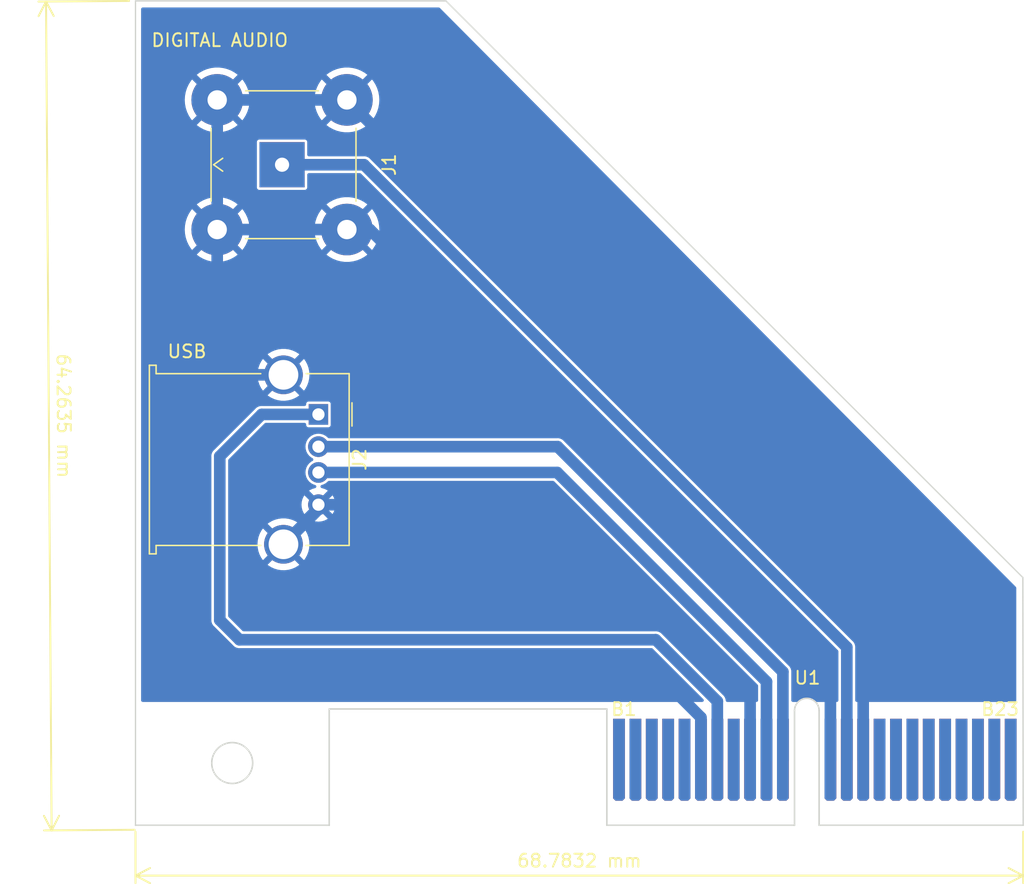
<source format=kicad_pcb>
(kicad_pcb (version 20211014) (generator pcbnew)
  (layers (0 "F.Cu" signal) (31 "B.Cu" signal) (34 "B.Paste" user) (35 "F.Paste" user) (36 "B.SilkS" user "B.Silkscreen") (37 "F.SilkS" user "F.Silkscreen") (38 "B.Mask" user) (39 "F.Mask" user) (44 "Edge.Cuts" user))
  (net 0 "")
  (net 1 "Net-(J1-Pad1)")
  (net 2 "GND")
  (net 3 "Net-(J2-Pad1)")
  (net 4 "Net-(J2-Pad2)")
  (net 5 "Net-(J2-Pad3)")
  (footprint "Connector_USB:USB_A_Molex_67643_Horizontal" (layer "F.Cu") (at 106.96 131.12 -90)
    (fp_text reference "J2" (at 3.5 -3.19 90) (layer "F.SilkS"))
    (fp_text value "USB_A")
    (fp_line (start -3.81 13.1) (end 10.81 13.1) (layer "F.SilkS") (width 0.12))
    (fp_line (start -3.16 12.58) (end -3.81 12.58) (layer "F.SilkS") (width 0.12))
    (fp_line (start -3.16 -2.38) (end -3.16 0.95) (layer "F.SilkS") (width 0.12))
    (fp_line (start 10.81 12.58) (end 10.16 12.58) (layer "F.SilkS") (width 0.12))
    (fp_line (start -3.16 12.58) (end -3.16 4.47) (layer "F.SilkS") (width 0.12))
    (fp_line (start -3.81 12.58) (end -3.81 13.1) (layer "F.SilkS") (width 0.12))
    (fp_line (start -0.9 -2.6) (end 0.9 -2.6) (layer "F.SilkS") (width 0.12))
    (fp_line (start -3.16 -2.38) (end 10.16 -2.38) (layer "F.SilkS") (width 0.12))
    (fp_line (start 10.16 -2.38) (end 10.16 0.95) (layer "F.SilkS") (width 0.12))
    (fp_line (start 10.16 4.47) (end 10.16 12.58) (layer "F.SilkS") (width 0.12))
    (fp_line (start 10.81 13.1) (end 10.81 12.58) (layer "F.SilkS") (width 0.12))
    (pad "1" thru_hole rect (at 0 0 270) (size 1.6 1.5) (drill 0.95) (layers *.Cu *.Mask) (net 3 "Net-(J2-Pad1)"))
    (pad "2" thru_hole circle (at 2.5 0 270) (size 1.6 1.6) (drill 0.95) (layers *.Cu *.Mask) (net 4 "Net-(J2-Pad2)"))
    (pad "3" thru_hole circle (at 4.5 0 270) (size 1.6 1.6) (drill 0.95) (layers *.Cu *.Mask) (net 5 "Net-(J2-Pad3)"))
    (pad "4" thru_hole circle (at 7 0 270) (size 1.6 1.6) (drill 0.95) (layers *.Cu *.Mask) (net 2 "GND"))
    (pad "5" thru_hole circle (at -3.07 2.71 270) (size 3 3) (drill 2.3) (layers *.Cu *.Mask) (net 2 "GND"))
    (pad "5" thru_hole circle (at 10.07 2.71 270) (size 3 3) (drill 2.3) (layers *.Cu *.Mask) (net 2 "GND"))
  )
  (footprint "Bus-Connector:BUS_AMR" (layer "F.Cu") (at 92.785 162.975)
    (fp_text reference "U1" (at 52.07 -11.43 unlocked) (layer "F.SilkS"))
    (fp_text value "Bus_AMR")
    (fp_text user "B1" (at 37.846 -9 unlocked) (layer "F.SilkS"))
    (fp_text user "B23" (at 67 -9 unlocked) (layer "F.SilkS"))
    (fp_line (start 51.0667 -8.89) (end 51.0667 0) (layer "Edge.Cuts") (width 0.12))
    (fp_line (start 15.0114 0) (end 15.0114 -9.017) (layer "Edge.Cuts") (width 0.12))
    (fp_line (start 51.0667 0) (end 36.5252 0) (layer "Edge.Cuts") (width 0.12))
    (fp_line (start 0 0) (end 15.0114 0) (layer "Edge.Cuts") (width 0.12))
    (fp_line (start 36.5252 0) (end 36.5252 -9.017) (layer "Edge.Cuts") (width 0.12))
    (fp_line (start 15.0114 -9.017) (end 36.5252 -9.017) (layer "Edge.Cuts") (width 0.12))
    (fp_line (start 52.9717 0) (end 68.7832 0) (layer "Edge.Cuts") (width 0.12))
    (fp_line (start 52.9717 -8.89) (end 52.9717 0) (layer "Edge.Cuts") (width 0.12))
    (fp_arc (start 51.0667 -8.89) (mid 52.0192 -9.8425) (end 52.9717 -8.89) (layer "Edge.Cuts") (width 0.12))
    (fp_circle (center 7.493 -4.826) (end 9.0805 -4.826) (layer "Edge.Cuts") (width 0.12) (fill none))
    (pad "A1" connect roundrect (at 37.465 -5.08) (size 0.9144 6.35) (layers "B.Cu" "B.Mask") (roundrect_rratio 0) (chamfer_ratio 0.2) (chamfer bottom_left bottom_right))
    (pad "A2" connect roundrect (at 38.735 -5.08) (size 0.9144 6.35) (layers "B.Cu" "B.Mask") (roundrect_rratio 0) (chamfer_ratio 0.2) (chamfer bottom_left bottom_right))
    (pad "A3" connect roundrect (at 40.005 -5.08) (size 0.9144 6.35) (layers "B.Cu" "B.Mask") (roundrect_rratio 0) (chamfer_ratio 0.2) (chamfer bottom_left bottom_right))
    (pad "A4" connect roundrect (at 41.275 -5.08) (size 0.9144 6.35) (layers "B.Cu" "B.Mask") (roundrect_rratio 0) (chamfer_ratio 0.2) (chamfer bottom_left bottom_right))
    (pad "A5" connect roundrect (at 42.545 -5.08) (size 0.9144 6.35) (layers "B.Cu" "B.Mask") (roundrect_rratio 0) (chamfer_ratio 0.2) (chamfer bottom_left bottom_right))
    (pad "A6" connect roundrect (at 43.815 -5.08) (size 0.9144 6.35) (layers "B.Cu" "B.Mask") (roundrect_rratio 0) (chamfer_ratio 0.2) (chamfer bottom_left bottom_right) (net 2 "GND"))
    (pad "A7" connect roundrect (at 45.085 -5.08) (size 0.9144 6.35) (layers "B.Cu" "B.Mask") (roundrect_rratio 0) (chamfer_ratio 0.2) (chamfer bottom_left bottom_right) (net 3 "Net-(J2-Pad1)"))
    (pad "A8" connect roundrect (at 46.355 -5.08) (size 0.9144 6.35) (layers "B.Cu" "B.Mask") (roundrect_rratio 0) (chamfer_ratio 0.2) (chamfer bottom_left bottom_right))
    (pad "A9" connect roundrect (at 47.625 -5.08) (size 0.9144 6.35) (layers "B.Cu" "B.Mask") (roundrect_rratio 0) (chamfer_ratio 0.2) (chamfer bottom_left bottom_right) (net 2 "GND"))
    (pad "A10" connect roundrect (at 48.895 -5.08) (size 0.9144 6.35) (layers "B.Cu" "B.Mask") (roundrect_rratio 0) (chamfer_ratio 0.2) (chamfer bottom_left bottom_right) (net 5 "Net-(J2-Pad3)"))
    (pad "A11" connect roundrect (at 50.165 -5.08) (size 0.9144 6.35) (layers "B.Cu" "B.Mask") (roundrect_rratio 0) (chamfer_ratio 0.2) (chamfer bottom_left bottom_right) (net 4 "Net-(J2-Pad2)"))
    (pad "A12" connect roundrect (at 53.848 -5.08) (size 0.9144 6.35) (layers "B.Cu" "B.Mask") (roundrect_rratio 0) (chamfer_ratio 0.2) (chamfer bottom_left bottom_right) (net 2 "GND"))
    (pad "A13" connect roundrect (at 55.118 -5.08) (size 0.9144 6.35) (layers "B.Cu" "B.Mask") (roundrect_rratio 0) (chamfer_ratio 0.2) (chamfer bottom_left bottom_right) (net 1 "Net-(J1-Pad1)"))
    (pad "A14" connect roundrect (at 56.388 -5.08) (size 0.9144 6.35) (layers "B.Cu" "B.Mask") (roundrect_rratio 0) (chamfer_ratio 0.2) (chamfer bottom_left bottom_right) (net 2 "GND"))
    (pad "A15" connect roundrect (at 57.658 -5.08) (size 0.9144 6.35) (layers "B.Cu" "B.Mask") (roundrect_rratio 0) (chamfer_ratio 0.2) (chamfer bottom_left bottom_right))
    (pad "A16" connect roundrect (at 58.928 -5.08) (size 0.9144 6.35) (layers "B.Cu" "B.Mask") (roundrect_rratio 0) (chamfer_ratio 0.2) (chamfer bottom_left bottom_right) (net 2 "GND"))
    (pad "A17" connect roundrect (at 60.198 -5.08) (size 0.9144 6.35) (layers "B.Cu" "B.Mask") (roundrect_rratio 0) (chamfer_ratio 0.2) (chamfer bottom_left bottom_right))
    (pad "A18" connect roundrect (at 61.468 -5.08) (size 0.9144 6.35) (layers "B.Cu" "B.Mask") (roundrect_rratio 0) (chamfer_ratio 0.2) (chamfer bottom_left bottom_right) (net 2 "GND"))
    (pad "A19" connect roundrect (at 62.738 -5.08) (size 0.9144 6.35) (layers "B.Cu" "B.Mask") (roundrect_rratio 0) (chamfer_ratio 0.2) (chamfer bottom_left bottom_right))
    (pad "A20" connect roundrect (at 64.008 -5.08) (size 0.9144 6.35) (layers "B.Cu" "B.Mask") (roundrect_rratio 0) (chamfer_ratio 0.2) (chamfer bottom_left bottom_right) (net 2 "GND"))
    (pad "A21" connect roundrect (at 65.278 -5.08) (size 0.9144 6.35) (layers "B.Cu" "B.Mask") (roundrect_rratio 0) (chamfer_ratio 0.2) (chamfer bottom_left bottom_right))
    (pad "A22" connect roundrect (at 66.548 -5.08) (size 0.9144 6.35) (layers "B.Cu" "B.Mask") (roundrect_rratio 0) (chamfer_ratio 0.2) (chamfer bottom_left bottom_right) (net 2 "GND"))
    (pad "A23" connect roundrect (at 67.818 -5.08) (size 0.9144 6.35) (layers "B.Cu" "B.Mask") (roundrect_rratio 0) (chamfer_ratio 0.2) (chamfer bottom_left bottom_right))
    (pad "B1" connect roundrect (at 37.465 -5.08) (size 0.9144 6.35) (layers "F.Cu" "F.Mask") (roundrect_rratio 0) (chamfer_ratio 0.2) (chamfer bottom_left bottom_right))
    (pad "B2" connect roundrect (at 38.735 -5.08) (size 0.9144 6.35) (layers "F.Cu" "F.Mask") (roundrect_rratio 0) (chamfer_ratio 0.2) (chamfer bottom_left bottom_right) (net 2 "GND"))
    (pad "B3" connect roundrect (at 40.005 -5.08) (size 0.9144 6.35) (layers "F.Cu" "F.Mask") (roundrect_rratio 0) (chamfer_ratio 0.2) (chamfer bottom_left bottom_right))
    (pad "B4" connect roundrect (at 41.275 -5.08) (size 0.9144 6.35) (layers "F.Cu" "F.Mask") (roundrect_rratio 0) (chamfer_ratio 0.2) (chamfer bottom_left bottom_right))
    (pad "B5" connect roundrect (at 42.545 -5.08) (size 0.9144 6.35) (layers "F.Cu" "F.Mask") (roundrect_rratio 0) (chamfer_ratio 0.2) (chamfer bottom_left bottom_right))
    (pad "B6" connect roundrect (at 43.815 -5.08) (size 0.9144 6.35) (layers "F.Cu" "F.Mask") (roundrect_rratio 0) (chamfer_ratio 0.2) (chamfer bottom_left bottom_right))
    (pad "B7" connect roundrect (at 45.085 -5.08) (size 0.9144 6.35) (layers "F.Cu" "F.Mask") (roundrect_rratio 0) (chamfer_ratio 0.2) (chamfer bottom_left bottom_right))
    (pad "B8" connect roundrect (at 46.355 -5.08) (size 0.9144 6.35) (layers "F.Cu" "F.Mask") (roundrect_rratio 0) (chamfer_ratio 0.2) (chamfer bottom_left bottom_right) (net 2 "GND"))
    (pad "B9" connect roundrect (at 47.625 -5.08) (size 0.9144 6.35) (layers "F.Cu" "F.Mask") (roundrect_rratio 0) (chamfer_ratio 0.2) (chamfer bottom_left bottom_right))
    (pad "B10" connect roundrect (at 48.895 -5.08) (size 0.9144 6.35) (layers "F.Cu" "F.Mask") (roundrect_rratio 0) (chamfer_ratio 0.2) (chamfer bottom_left bottom_right) (net 2 "GND"))
    (pad "B11" connect roundrect (at 50.165 -5.08) (size 0.9144 6.35) (layers "F.Cu" "F.Mask") (roundrect_rratio 0) (chamfer_ratio 0.2) (chamfer bottom_left bottom_right))
    (pad "B12" connect roundrect (at 53.848 -5.08) (size 0.9144 6.35) (layers "F.Cu" "F.Mask") (roundrect_rratio 0) (chamfer_ratio 0.2) (chamfer bottom_left bottom_right) (net 2 "GND"))
    (pad "B13" connect roundrect (at 55.118 -5.08) (size 0.9144 6.35) (layers "F.Cu" "F.Mask") (roundrect_rratio 0) (chamfer_ratio 0.2) (chamfer bottom_left bottom_right))
    (pad "B14" connect roundrect (at 56.388 -5.08) (size 0.9144 6.35) (layers "F.Cu" "F.Mask") (roundrect_rratio 0) (chamfer_ratio 0.2) (chamfer bottom_left bottom_right))
    (pad "B15" connect roundrect (at 57.658 -5.08) (size 0.9144 6.35) (layers "F.Cu" "F.Mask") (roundrect_rratio 0) (chamfer_ratio 0.2) (chamfer bottom_left bottom_right))
    (pad "B16" connect roundrect (at 58.928 -5.08) (size 0.9144 6.35) (layers "F.Cu" "F.Mask") (roundrect_rratio 0) (chamfer_ratio 0.2) (chamfer bottom_left bottom_right) (net 2 "GND"))
    (pad "B17" connect roundrect (at 60.198 -5.08) (size 0.9144 6.35) (layers "F.Cu" "F.Mask") (roundrect_rratio 0) (chamfer_ratio 0.2) (chamfer bottom_left bottom_right))
    (pad "B18" connect roundrect (at 61.468 -5.08) (size 0.9144 6.35) (layers "F.Cu" "F.Mask") (roundrect_rratio 0) (chamfer_ratio 0.2) (chamfer bottom_left bottom_right))
    (pad "B19" connect roundrect (at 62.738 -5.08) (size 0.9144 6.35) (layers "F.Cu" "F.Mask") (roundrect_rratio 0) (chamfer_ratio 0.2) (chamfer bottom_left bottom_right))
    (pad "B20" connect roundrect (at 64.008 -5.08) (size 0.9144 6.35) (layers "F.Cu" "F.Mask") (roundrect_rratio 0) (chamfer_ratio 0.2) (chamfer bottom_left bottom_right) (net 2 "GND"))
    (pad "B21" connect roundrect (at 65.278 -5.08) (size 0.9144 6.35) (layers "F.Cu" "F.Mask") (roundrect_rratio 0) (chamfer_ratio 0.2) (chamfer bottom_left bottom_right))
    (pad "B22" connect roundrect (at 66.548 -5.08) (size 0.9144 6.35) (layers "F.Cu" "F.Mask") (roundrect_rratio 0) (chamfer_ratio 0.2) (chamfer bottom_left bottom_right) (net 2 "GND"))
    (pad "B23" connect roundrect (at 67.818 -5.08) (size 0.9144 6.35) (layers "F.Cu" "F.Mask") (roundrect_rratio 0) (chamfer_ratio 0.2) (chamfer bottom_left bottom_right))
  )
  (footprint "Connector_Coaxial:BNC_TEConnectivity_1478035_Horizontal" (layer "F.Cu") (at 104.14 111.76 90)
    (fp_text reference "J1" (at 0 8.3 90) (layer "F.SilkS"))
    (fp_text value "Conn_Coaxial")
    (fp_line (start 5.73 2.825) (end 5.73 -2.825) (layer "F.SilkS") (width 0.12))
    (fp_line (start 0 -5.3) (end 0.5 -4.6) (layer "F.SilkS") (width 0.12))
    (fp_line (start 2.825 -5.5) (end -2.825 -5.5) (layer "F.SilkS") (width 0.12))
    (fp_line (start -2.825 5.73) (end 2.825 5.73) (layer "F.SilkS") (width 0.12))
    (fp_line (start -5.73 -2.825) (end -5.73 2.825) (layer "F.SilkS") (width 0.12))
    (fp_line (start 0 -5.3) (end -0.5 -4.6) (layer "F.SilkS") (width 0.12))
    (pad "1" thru_hole rect (at 0 0 90) (size 3.5 3.5) (drill 1.1) (layers *.Cu *.Mask) (net 1 "Net-(J1-Pad1)"))
    (pad "2" thru_hole circle (at -5.025 5.025 90) (size 4 4) (drill 1.5) (layers *.Cu *.Mask) (net 2 "GND"))
    (pad "2" thru_hole circle (at 5.025 -5.025 90) (size 4 4) (drill 1.5) (layers *.Cu *.Mask) (net 2 "GND"))
    (pad "2" thru_hole circle (at -5.025 -5.025 90) (size 4 4) (drill 1.5) (layers *.Cu *.Mask) (net 2 "GND"))
    (pad "2" thru_hole circle (at 5.025 5.025 90) (size 4 4) (drill 1.5) (layers *.Cu *.Mask) (net 2 "GND"))
  )
  (gr_line (start 161.544 143.764) (end 161.5682 162.975) (layer "Edge.Cuts") (width 0.1))
  (gr_line (start 92.785 162.975) (end 92.785 99.06) (layer "Edge.Cuts") (width 0.1))
  (gr_line (start 161.544 143.764) (end 116.84 99.06) (layer "Edge.Cuts") (width 0.1))
  (gr_line (start 92.785 99.06) (end 116.84 99.06) (layer "Edge.Cuts") (width 0.1))
  (gr_text "USB" (at 96.774 126.238) (layer "F.SilkS") (effects (font (size 1 1))))
  (gr_text "DIGITAL AUDIO" (at 99.314 102.108) (layer "F.SilkS") (effects (font (size 1 1))))
  (dimension (type aligned) (layer "F.SilkS") (pts (xy 92.785 162.975) (xy 161.5682 162.975)) (height 3.903) (gr_text "68,7832 mm" (at 127.1766 165.728) (layer "F.SilkS") (effects (font (size 1 1) (thickness 0.15)))) (format (units 3) (units_format 1) (precision 4)) (style (thickness 0.15) (arrow_length 1.27) (text_position_mode 0) (extension_height 0.58642) (extension_offset 0.5) keep_text_aligned))
  (dimension (type aligned) (layer "F.SilkS") (pts (xy 93.218 163.322) (xy 92.785 99.06)) (height -6.932842) (gr_text "64,2635 mm" (at 87.218789 131.229964 -89.61394452) (layer "F.SilkS") (effects (font (size 1 1) (thickness 0.15)))) (format (units 3) (units_format 1) (precision 4)) (style (thickness 0.15) (arrow_length 1.27) (text_position_mode 0) (extension_height 0.58642) (extension_offset 0.5) keep_text_aligned))
  (segment (start 147.903 149.173) (end 147.903 157.895) (width 0.9) (layer "B.Cu") (net 1))
  (segment (start 104.14 111.76) (end 110.49 111.76) (width 0.9) (layer "B.Cu") (net 1))
  (segment (start 110.49 111.76) (end 147.903 149.173) (width 0.9) (layer "B.Cu") (net 1))
  (segment (start 99.06 128.016) (end 99.094 128.05) (width 0.25) (layer "F.Cu") (net 2))
  (segment (start 104.25 141.19) (end 104.25 140.83) (width 0.5) (layer "F.Cu") (net 2))
  (segment (start 106.96 138.48) (end 104.25 141.19) (width 0.9) (layer "B.Cu") (net 2))
  (segment (start 109.165 106.735) (end 99.115 106.735) (width 0.9) (layer "B.Cu") (net 2))
  (segment (start 110.943 116.785) (end 109.165 116.785) (width 0.9) (layer "B.Cu") (net 2))
  (segment (start 104.25 128.05) (end 98.01 128.05) (width 0.9) (layer "B.Cu") (net 2))
  (segment (start 149.173 146.743) (end 109.165 106.735) (width 0.9) (layer "B.Cu") (net 2))
  (segment (start 109.165 116.785) (end 99.115 116.785) (width 0.9) (layer "B.Cu") (net 2))
  (segment (start 140.41 157.895) (end 140.41 153.079044) (width 0.9) (layer "B.Cu") (net 2))
  (segment (start 146.633 152.475) (end 110.943 116.785) (width 0.9) (layer "B.Cu") (net 2))
  (segment (start 106.96 138.12) (end 106.96 138.48) (width 0.9) (layer "B.Cu") (net 2))
  (segment (start 95.504 151.892) (end 96.012 152.4) (width 0.9) (layer "B.Cu") (net 2))
  (segment (start 99.115 128.029) (end 99.094 128.05) (width 0.9) (layer "B.Cu") (net 2))
  (segment (start 146.633 157.895) (end 146.633 152.475) (width 0.9) (layer "B.Cu") (net 2))
  (segment (start 95.504 130.556) (end 95.504 151.892) (width 0.9) (layer "B.Cu") (net 2))
  (segment (start 99.115 116.785) (end 99.115 106.735) (width 0.9) (layer "B.Cu") (net 2))
  (segment (start 136.6 154.61424) (end 136.6 157.895) (width 0.9) (layer "B.Cu") (net 2))
  (segment (start 96.012 152.4) (end 134.38576 152.4) (width 0.9) (layer "B.Cu") (net 2))
  (segment (start 99.115 116.785) (end 99.115 128.029) (width 0.9) (layer "B.Cu") (net 2))
  (segment (start 125.450956 138.12) (end 106.96 138.12) (width 0.9) (layer "B.Cu") (net 2))
  (segment (start 134.38576 152.4) (end 136.6 154.61424) (width 0.9) (layer "B.Cu") (net 2))
  (segment (start 140.41 153.079044) (end 125.450956 138.12) (width 0.9) (layer "B.Cu") (net 2))
  (segment (start 98.01 128.05) (end 95.504 130.556) (width 0.9) (layer "B.Cu") (net 2))
  (segment (start 149.173 157.895) (end 149.173 146.743) (width 0.9) (layer "B.Cu") (net 2))
  (segment (start 137.87 153.364) (end 137.87 157.895) (width 0.9) (layer "B.Cu") (net 3))
  (segment (start 99.314 134.366) (end 99.314 147.066) (width 0.9) (layer "B.Cu") (net 3))
  (segment (start 100.838 148.59) (end 133.096 148.59) (width 0.9) (layer "B.Cu") (net 3))
  (segment (start 99.314 147.066) (end 100.838 148.59) (width 0.9) (layer "B.Cu") (net 3))
  (segment (start 133.096 148.59) (end 137.87 153.364) (width 0.9) (layer "B.Cu") (net 3))
  (segment (start 102.56 131.12) (end 99.314 134.366) (width 0.9) (layer "B.Cu") (net 3))
  (segment (start 106.96 131.12) (end 102.56 131.12) (width 0.9) (layer "B.Cu") (net 3))
  (segment (start 106.96 133.62) (end 125.492 133.62) (width 0.9) (layer "B.Cu") (net 4))
  (segment (start 142.95 151.078) (end 142.95 157.895) (width 0.9) (layer "B.Cu") (net 4))
  (segment (start 125.492 133.62) (end 142.95 151.078) (width 0.9) (layer "B.Cu") (net 4))
  (segment (start 106.96 135.62) (end 125.46 135.62) (width 0.9) (layer "B.Cu") (net 5))
  (segment (start 125.46 135.62) (end 141.68 151.84) (width 0.9) (layer "B.Cu") (net 5))
  (segment (start 141.68 151.84) (end 141.68 157.895) (width 0.9) (layer "B.Cu") (net 5))
  (zone (net 2) (net_name "GND") (layer "B.Cu") (name "GND") (connect_pads (clearance 0)) (min_thickness 0.254) (fill yes (thermal_gap 0.508) (thermal_bridge_width 0.508))
    (polygon (pts (xy 161.036 144.526) (xy 161.036 153.416) (xy 93.218 153.416) (xy 93.218 99.568) (xy 116.332 99.568)))
  )
)
</source>
